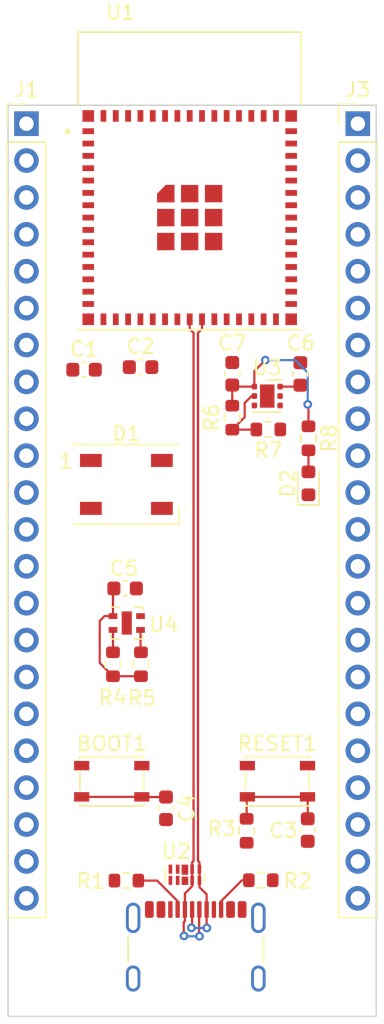
<source format=kicad_pcb>
(kicad_pcb (version 20221018) (generator pcbnew)
  (layers (0 "F.Cu" signal) (1 "In1.Cu" signal) (2 "In2.Cu" signal) (31 "B.Cu" signal) (34 "B.Paste" user) (35 "F.Paste" user) (36 "B.SilkS" user "B.Silkscreen") (37 "F.SilkS" user "F.Silkscreen") (38 "B.Mask" user) (39 "F.Mask" user) (44 "Edge.Cuts" user))
  (net 0 "")
  (net 1 "GND")
  (net 2 "/3V3")
  (net 3 "/ESP32_EN")
  (net 4 "/GPIO0")
  (net 5 "/5V_USB")
  (net 7 "/GPIO48")
  (net 8 "Net-(D2-A)")
  (net 9 "/GPIO1")
  (net 10 "/GPIO2")
  (net 11 "/GPIO3")
  (net 12 "/GPIO4")
  (net 13 "/GPIO5")
  (net 14 "/GPIO6")
  (net 15 "/GPIO7")
  (net 16 "/GPIO8")
  (net 17 "/GPIO9")
  (net 18 "/GPIO10")
  (net 19 "/GPIO11")
  (net 20 "/GPIO12")
  (net 21 "/GPIO13")
  (net 22 "/GPIO14")
  (net 23 "/GPIO15")
  (net 24 "/GPIO16")
  (net 25 "/I2C_SCL")
  (net 26 "/I2C_SDA")
  (net 27 "/GPIO46")
  (net 28 "/GPIO45")
  (net 29 "/RXD")
  (net 30 "/TXD")
  (net 31 "/GPIO42")
  (net 32 "/GPIO41")
  (net 33 "/GPIO40")
  (net 34 "/GPIO39")
  (net 35 "/GPIO38")
  (net 36 "/GPIO37")
  (net 37 "/GPIO36")
  (net 38 "/GPIO35")
  (net 39 "/GPIO34")
  (net 40 "/GPIO33")
  (net 41 "/GPIO26")
  (net 42 "/GPIO21")
  (net 43 "/USB_N")
  (net 44 "/USB_P")
  (net 45 "/GPIO47")
  (net 46 "Net-(J_USB1-CC1)")
  (net 48 "Net-(J_USB1-CC2)")
  (net 50 "Net-(U3-FB)")
  (footprint "Connector_PinHeader_2.54mm:PinHeader_1x22_P2.54mm_Vertical" (layer "F.Cu") (at 98.425 61.595)
    (fp_text reference "J1" (at 0 -2.33) (layer "F.SilkS"))
    (fp_text value "~" hide)
    (fp_line (start -1.33 -1.33) (end 0 -1.33) (stroke (width 0.12)) (layer "F.SilkS"))
    (fp_line (start -1.33 0) (end -1.33 -1.33) (stroke (width 0.12)) (layer "F.SilkS"))
    (fp_line (start -1.33 1.27) (end -1.33 54.67) (stroke (width 0.12)) (layer "F.SilkS"))
    (fp_line (start -1.33 1.27) (end 1.33 1.27) (stroke (width 0.12)) (layer "F.SilkS"))
    (fp_line (start -1.33 54.67) (end 1.33 54.67) (stroke (width 0.12)) (layer "F.SilkS"))
    (fp_line (start 1.33 1.27) (end 1.33 54.67) (stroke (width 0.12)) (layer "F.SilkS"))
    (pad "1" thru_hole rect (at 0 0) (size 1.7 1.7) (drill 1) (layers "*.Cu" "*.Mask") (net 2 "/3V3"))
    (pad "2" thru_hole oval (at 0 2.54) (size 1.7 1.7) (drill 1) (layers "*.Cu" "*.Mask") (net 4 "/GPIO0"))
    (pad "3" thru_hole oval (at 0 5.08) (size 1.7 1.7) (drill 1) (layers "*.Cu" "*.Mask") (net 9 "/GPIO1"))
    (pad "4" thru_hole oval (at 0 7.62) (size 1.7 1.7) (drill 1) (layers "*.Cu" "*.Mask") (net 10 "/GPIO2"))
    (pad "5" thru_hole oval (at 0 10.16) (size 1.7 1.7) (drill 1) (layers "*.Cu" "*.Mask") (net 11 "/GPIO3"))
    (pad "6" thru_hole oval (at 0 12.7) (size 1.7 1.7) (drill 1) (layers "*.Cu" "*.Mask") (net 12 "/GPIO4"))
    (pad "7" thru_hole oval (at 0 15.24) (size 1.7 1.7) (drill 1) (layers "*.Cu" "*.Mask") (net 13 "/GPIO5"))
    (pad "8" thru_hole oval (at 0 17.78) (size 1.7 1.7) (drill 1) (layers "*.Cu" "*.Mask") (net 14 "/GPIO6"))
    (pad "9" thru_hole oval (at 0 20.32) (size 1.7 1.7) (drill 1) (layers "*.Cu" "*.Mask") (net 15 "/GPIO7"))
    (pad "10" thru_hole oval (at 0 22.86) (size 1.7 1.7) (drill 1) (layers "*.Cu" "*.Mask") (net 16 "/GPIO8"))
    (pad "11" thru_hole oval (at 0 25.4) (size 1.7 1.7) (drill 1) (layers "*.Cu" "*.Mask") (net 17 "/GPIO9"))
    (pad "12" thru_hole oval (at 0 27.94) (size 1.7 1.7) (drill 1) (layers "*.Cu" "*.Mask") (net 18 "/GPIO10"))
    (pad "13" thru_hole oval (at 0 30.48) (size 1.7 1.7) (drill 1) (layers "*.Cu" "*.Mask") (net 19 "/GPIO11"))
    (pad "14" thru_hole oval (at 0 33.02) (size 1.7 1.7) (drill 1) (layers "*.Cu" "*.Mask") (net 20 "/GPIO12"))
    (pad "15" thru_hole oval (at 0 35.56) (size 1.7 1.7) (drill 1) (layers "*.Cu" "*.Mask") (net 21 "/GPIO13"))
    (pad "16" thru_hole oval (at 0 38.1) (size 1.7 1.7) (drill 1) (layers "*.Cu" "*.Mask") (net 22 "/GPIO14"))
    (pad "17" thru_hole oval (at 0 40.64) (size 1.7 1.7) (drill 1) (layers "*.Cu" "*.Mask") (net 23 "/GPIO15"))
    (pad "18" thru_hole oval (at 0 43.18) (size 1.7 1.7) (drill 1) (layers "*.Cu" "*.Mask") (net 24 "/GPIO16"))
    (pad "19" thru_hole oval (at 0 45.72) (size 1.7 1.7) (drill 1) (layers "*.Cu" "*.Mask") (net 25 "/I2C_SCL"))
    (pad "20" thru_hole oval (at 0 48.26) (size 1.7 1.7) (drill 1) (layers "*.Cu" "*.Mask") (net 26 "/I2C_SDA"))
    (pad "21" thru_hole oval (at 0 50.8) (size 1.7 1.7) (drill 1) (layers "*.Cu" "*.Mask") (net 5 "/5V_USB"))
    (pad "22" thru_hole oval (at 0 53.34) (size 1.7 1.7) (drill 1) (layers "*.Cu" "*.Mask") (net 1 "GND"))
  )
  (footprint "LED_SMD:LED_WS2812B_PLCC4_5.0x5.0mm_P3.2mm" (layer "F.Cu") (at 105.32 86.4352)
    (fp_text reference "D1" (at 0 -3.5) (layer "F.SilkS"))
    (fp_text value "WS2812B" hide)
    (fp_text user "1" (at -4.15 -1.6) (layer "F.SilkS"))
    (fp_line (start -3.65 -2.75) (end 3.65 -2.75) (stroke (width 0.12)) (layer "F.SilkS"))
    (fp_line (start -3.65 2.75) (end 3.65 2.75) (stroke (width 0.12)) (layer "F.SilkS"))
    (fp_line (start 3.65 2.75) (end 3.65 1.6) (stroke (width 0.12)) (layer "F.SilkS"))
    (pad "1" smd rect (at -2.45 -1.65) (size 1.5 0.9) (layers "F.Cu" "F.Paste" "F.Mask") (net 2 "/3V3"))
    (pad "2" smd rect (at -2.45 1.65) (size 1.5 0.9) (layers "F.Cu" "F.Paste" "F.Mask"))
    (pad "3" smd rect (at 2.45 1.65) (size 1.5 0.9) (layers "F.Cu" "F.Paste" "F.Mask") (net 1 "GND"))
    (pad "4" smd rect (at 2.45 -1.65) (size 1.5 0.9) (layers "F.Cu" "F.Paste" "F.Mask") (net 7 "/GPIO48"))
  )
  (footprint "Package_SON:WSON-6-1EP_2x2mm_P0.65mm_EP1x1.6mm" (layer "F.Cu") (at 115.0351 80.3506)
    (fp_text reference "U3" (at 0 -1.95) (layer "F.SilkS"))
    (fp_text value "TLV75801PDRV" hide)
    (fp_line (start -1 1.11) (end 1 1.11) (stroke (width 0.12)) (layer "F.SilkS"))
    (fp_line (start 0 -1.11) (end 1 -1.11) (stroke (width 0.12)) (layer "F.SilkS"))
    (pad "1" smd roundrect (at -0.8875 -0.65) (size 0.375 0.4) (layers "F.Cu" "F.Paste" "F.Mask") (net 2 "/3V3"))
    (pad "2" smd roundrect (at -0.8875 0) (size 0.375 0.4) (layers "F.Cu" "F.Paste" "F.Mask") (net 50 "Net-(U3-FB)"))
    (pad "3" smd roundrect (at -0.8875 0.65) (size 0.375 0.4) (layers "F.Cu" "F.Paste" "F.Mask") (net 1 "GND"))
    (pad "4" smd roundrect (at 0.8875 0.65) (size 0.375 0.4) (layers "F.Cu" "F.Paste" "F.Mask") (net 5 "/5V_USB"))
    (pad "5" smd roundrect (at 0.8875 0) (size 0.375 0.4) (layers "F.Cu" "F.Paste" "F.Mask"))
    (pad "6" smd roundrect (at 0.8875 -0.65) (size 0.375 0.4) (layers "F.Cu" "F.Paste" "F.Mask") (net 5 "/5V_USB"))
    (pad "7" smd rect (at 0 0) (size 1 1.6) (layers "F.Cu" "F.Mask") (net 1 "GND"))
  )
  (footprint "Capacitor_SMD:C_0603_1608Metric" (layer "F.Cu") (at 117.8306 110.236 -90)
    (fp_text reference "C3" (at 0.0254 1.6764 -180) (layer "F.SilkS"))
    (fp_text value "0.1uF" hide)
    (fp_line (start -0.14058 -0.51) (end 0.14058 -0.51) (stroke (width 0.12)) (layer "F.SilkS"))
    (fp_line (start -0.14058 0.51) (end 0.14058 0.51) (stroke (width 0.12)) (layer "F.SilkS"))
    (pad "1" smd roundrect (at -0.775 0 270) (size 0.9 0.95) (layers "F.Cu" "F.Paste" "F.Mask") (net 3 "/ESP32_EN"))
    (pad "2" smd roundrect (at 0.775 0 270) (size 0.9 0.95) (layers "F.Cu" "F.Paste" "F.Mask") (net 1 "GND"))
  )
  (footprint "Resistor_SMD:R_0603_1608Metric" (layer "F.Cu") (at 115.1128 82.6516 180)
    (fp_text reference "R7" (at 0 -1.43) (layer "F.SilkS"))
    (fp_text value "200k" hide)
    (fp_line (start -0.237258 -0.5225) (end 0.237258 -0.5225) (stroke (width 0.12)) (layer "F.SilkS"))
    (fp_line (start -0.237258 0.5225) (end 0.237258 0.5225) (stroke (width 0.12)) (layer "F.SilkS"))
    (pad "1" smd roundrect (at -0.825 0 180) (size 0.8 0.95) (layers "F.Cu" "F.Paste" "F.Mask") (net 1 "GND"))
    (pad "2" smd roundrect (at 0.825 0 180) (size 0.8 0.95) (layers "F.Cu" "F.Paste" "F.Mask") (net 50 "Net-(U3-FB)"))
  )
  (footprint "Capacitor_SMD:C_0603_1608Metric" (layer "F.Cu") (at 112.6236 78.8162 90)
    (fp_text reference "C7" (at 2.1082 0 180) (layer "F.SilkS"))
    (fp_text value "10uF" hide)
    (fp_line (start -0.14058 -0.51) (end 0.14058 -0.51) (stroke (width 0.12)) (layer "F.SilkS"))
    (fp_line (start -0.14058 0.51) (end 0.14058 0.51) (stroke (width 0.12)) (layer "F.SilkS"))
    (pad "1" smd roundrect (at -0.775 0 90) (size 0.9 0.95) (layers "F.Cu" "F.Paste" "F.Mask") (net 2 "/3V3"))
    (pad "2" smd roundrect (at 0.775 0 90) (size 0.9 0.95) (layers "F.Cu" "F.Paste" "F.Mask") (net 1 "GND"))
  )
  (footprint "Connector_PinHeader_2.54mm:PinHeader_1x22_P2.54mm_Vertical" (layer "F.Cu") (at 121.285 61.595)
    (fp_text reference "J3" (at 0 -2.33) (layer "F.SilkS"))
    (fp_text value "Conn_01x22_Pin" hide)
    (fp_line (start -1.33 -1.33) (end 0 -1.33) (stroke (width 0.12)) (layer "F.SilkS"))
    (fp_line (start -1.33 0) (end -1.33 -1.33) (stroke (width 0.12)) (layer "F.SilkS"))
    (fp_line (start -1.33 1.27) (end -1.33 54.67) (stroke (width 0.12)) (layer "F.SilkS"))
    (fp_line (start -1.33 1.27) (end 1.33 1.27) (stroke (width 0.12)) (layer "F.SilkS"))
    (fp_line (start -1.33 54.67) (end 1.33 54.67) (stroke (width 0.12)) (layer "F.SilkS"))
    (fp_line (start 1.33 1.27) (end 1.33 54.67) (stroke (width 0.12)) (layer "F.SilkS"))
    (pad "1" thru_hole rect (at 0 0) (size 1.7 1.7) (drill 1) (layers "*.Cu" "*.Mask") (net 1 "GND"))
    (pad "2" thru_hole oval (at 0 2.54) (size 1.7 1.7) (drill 1) (layers "*.Cu" "*.Mask") (net 3 "/ESP32_EN"))
    (pad "3" thru_hole oval (at 0 5.08) (size 1.7 1.7) (drill 1) (layers "*.Cu" "*.Mask") (net 27 "/GPIO46"))
    (pad "4" thru_hole oval (at 0 7.62) (size 1.7 1.7) (drill 1) (layers "*.Cu" "*.Mask") (net 28 "/GPIO45"))
    (pad "5" thru_hole oval (at 0 10.16) (size 1.7 1.7) (drill 1) (layers "*.Cu" "*.Mask") (net 29 "/RXD"))
    (pad "6" thru_hole oval (at 0 12.7) (size 1.7 1.7) (drill 1) (layers "*.Cu" "*.Mask") (net 30 "/TXD"))
    (pad "7" thru_hole oval (at 0 15.24) (size 1.7 1.7) (drill 1) (layers "*.Cu" "*.Mask") (net 31 "/GPIO42"))
    (pad "8" thru_hole oval (at 0 17.78) (size 1.7 1.7) (drill 1) (layers "*.Cu" "*.Mask") (net 32 "/GPIO41"))
    (pad "9" thru_hole oval (at 0 20.32) (size 1.7 1.7) (drill 1) (layers "*.Cu" "*.Mask") (net 33 "/GPIO40"))
    (pad "10" thru_hole oval (at 0 22.86) (size 1.7 1.7) (drill 1) (layers "*.Cu" "*.Mask") (net 34 "/GPIO39"))
    (pad "11" thru_hole oval (at 0 25.4) (size 1.7 1.7) (drill 1) (layers "*.Cu" "*.Mask") (net 35 "/GPIO38"))
    (pad "12" thru_hole oval (at 0 27.94) (size 1.7 1.7) (drill 1) (layers "*.Cu" "*.Mask") (net 36 "/GPIO37"))
    (pad "13" thru_hole oval (at 0 30.48) (size 1.7 1.7) (drill 1) (layers "*.Cu" "*.Mask") (net 37 "/GPIO36"))
    (pad "14" thru_hole oval (at 0 33.02) (size 1.7 1.7) (drill 1) (layers "*.Cu" "*.Mask") (net 38 "/GPIO35"))
    (pad "15" thru_hole oval (at 0 35.56) (size 1.7 1.7) (drill 1) (layers "*.Cu" "*.Mask") (net 39 "/GPIO34"))
    (pad "16" thru_hole oval (at 0 38.1) (size 1.7 1.7) (drill 1) (layers "*.Cu" "*.Mask") (net 40 "/GPIO33"))
    (pad "17" thru_hole oval (at 0 40.64) (size 1.7 1.7) (drill 1) (layers "*.Cu" "*.Mask") (net 41 "/GPIO26"))
    (pad "18" thru_hole oval (at 0 43.18) (size 1.7 1.7) (drill 1) (layers "*.Cu" "*.Mask") (net 42 "/GPIO21"))
    (pad "19" thru_hole oval (at 0 45.72) (size 1.7 1.7) (drill 1) (layers "*.Cu" "*.Mask") (net 43 "/USB_N"))
    (pad "20" thru_hole oval (at 0 48.26) (size 1.7 1.7) (drill 1) (layers "*.Cu" "*.Mask") (net 44 "/USB_P"))
    (pad "21" thru_hole oval (at 0 50.8) (size 1.7 1.7) (drill 1) (layers "*.Cu" "*.Mask") (net 7 "/GPIO48"))
    (pad "22" thru_hole oval (at 0 53.34) (size 1.7 1.7) (drill 1) (layers "*.Cu" "*.Mask") (net 45 "/GPIO47"))
  )
  (footprint "Package_DFN_QFN:Diodes_UDFN-10_1.0x2.5mm_P0.5mm" (layer "F.Cu") (at 109.3564 113.3159 -90)
    (fp_text reference "U2" (at -1.6067 0.5936 -180) (layer "F.SilkS"))
    (fp_text value "D3V3XA4B10LP" hide)
    (fp_line (start 0.5 -1.35) (end 0 -1.35) (stroke (width 0.12)) (layer "F.SilkS"))
    (fp_line (start 0.5 1.35) (end -0.5 1.35) (stroke (width 0.12)) (layer "F.SilkS"))
    (pad "1" smd rect (at -0.3875 -1 180) (size 0.25 0.625) (layers "F.Cu" "F.Paste" "F.Mask") (net 44 "/USB_P"))
    (pad "2" smd rect (at -0.3875 -0.5 180) (size 0.25 0.625) (layers "F.Cu" "F.Paste" "F.Mask") (net 43 "/USB_N"))
    (pad "3" smd rect (at -0.35 0 180) (size 0.45 0.7) (layers "F.Cu" "F.Paste" "F.Mask") (net 1 "GND"))
    (pad "4" smd rect (at -0.3875 0.5 180) (size 0.25 0.625) (layers "F.Cu" "F.Paste" "F.Mask") (net 5 "/5V_USB"))
    (pad "5" smd rect (at -0.3875 1 180) (size 0.25 0.625) (layers "F.Cu" "F.Paste" "F.Mask"))
    (pad "6" smd rect (at 0.3875 1 180) (size 0.25 0.625) (layers "F.Cu" "F.Paste" "F.Mask"))
    (pad "7" smd rect (at 0.3875 0.5 180) (size 0.25 0.625) (layers "F.Cu" "F.Paste" "F.Mask") (net 5 "/5V_USB"))
    (pad "8" smd rect (at 0.4125 0 180) (size 0.45 0.575) (layers "F.Cu" "F.Paste" "F.Mask") (net 1 "GND"))
    (pad "9" smd rect (at 0.3875 -0.5 180) (size 0.25 0.625) (layers "F.Cu" "F.Paste" "F.Mask") (net 43 "/USB_N"))
    (pad "10" smd rect (at 0.3875 -1 180) (size 0.25 0.625) (layers "F.Cu" "F.Paste" "F.Mask") (net 44 "/USB_P"))
  )
  (footprint "Capacitor_SMD:C_0603_1608Metric" (layer "F.Cu") (at 106.299 78.359)
    (fp_text reference "C2" (at 0 -1.43) (layer "F.SilkS"))
    (fp_text value "10uF")
    (fp_line (start -0.14058 -0.51) (end 0.14058 -0.51) (stroke (width 0.12)) (layer "F.SilkS"))
    (fp_line (start -0.14058 0.51) (end 0.14058 0.51) (stroke (width 0.12)) (layer "F.SilkS"))
    (pad "1" smd roundrect (at -0.775 0) (size 0.9 0.95) (layers "F.Cu" "F.Paste" "F.Mask") (net 2 "/3V3"))
    (pad "2" smd roundrect (at 0.775 0) (size 0.9 0.95) (layers "F.Cu" "F.Paste" "F.Mask") (net 1 "GND"))
  )
  (footprint "ESP32_S3_MINI_1_N8:XCVR_ESP32-S3-MINI-1-N8" (layer "F.Cu") (at 109.6876 68.0616)
    (fp_text reference "U1" (at -4.775 -14.135) (layer "F.SilkS"))
    (fp_text value "ESP32-S3-MINI-1-N8" hide)
    (fp_line (start -7.7 -12.775) (end 7.7 -12.775) (stroke (width 0.127)) (layer "F.SilkS"))
    (fp_line (start -7.7 -7.725) (end -7.7 -12.775) (stroke (width 0.127)) (layer "F.SilkS"))
    (fp_line (start 7.7 -12.775) (end 7.7 -7.725) (stroke (width 0.127)) (layer "F.SilkS"))
    (fp_line (start 7.7 7.725) (end -7.7 7.725) (stroke (width 0.127)) (layer "F.SilkS"))
    (fp_circle (center -8.45 -5.95) (end -8.35 -5.95) (stroke (width 0.2)) (fill none) (layer "F.SilkS"))
    (pad "1" smd rect (at -7 -5.95) (size 0.8 0.4) (layers "F.Cu" "F.Paste" "F.Mask") (net 1 "GND"))
    (pad "2" smd rect (at -7 -5.1) (size 0.8 0.4) (layers "F.Cu" "F.Paste" "F.Mask") (net 1 "GND"))
    (pad "3" smd rect (at -7 -4.25) (size 0.8 0.4) (layers "F.Cu" "F.Paste" "F.Mask") (net 2 "/3V3"))
    (pad "4" smd rect (at -7 -3.4) (size 0.8 0.4) (layers "F.Cu" "F.Paste" "F.Mask") (net 4 "/GPIO0"))
    (pad "5" smd rect (at -7 -2.55) (size 0.8 0.4) (layers "F.Cu" "F.Paste" "F.Mask") (net 9 "/GPIO1"))
    (pad "6" smd rect (at -7 -1.7) (size 0.8 0.4) (layers "F.Cu" "F.Paste" "F.Mask") (net 10 "/GPIO2"))
    (pad "7" smd rect (at -7 -0.85) (size 0.8 0.4) (layers "F.Cu" "F.Paste" "F.Mask") (net 11 "/GPIO3"))
    (pad "8" smd rect (at -7 0) (size 0.8 0.4) (layers "F.Cu" "F.Paste" "F.Mask") (net 12 "/GPIO4"))
    (pad "9" smd rect (at -7 0.85) (size 0.8 0.4) (layers "F.Cu" "F.Paste" "F.Mask") (net 13 "/GPIO5"))
    (pad "10" smd rect (at -7 1.7) (size 0.8 0.4) (layers "F.Cu" "F.Paste" "F.Mask") (net 14 "/GPIO6"))
    (pad "11" smd rect (at -7 2.55) (size 0.8 0.4) (layers "F.Cu" "F.Paste" "F.Mask") (net 15 "/GPIO7"))
    (pad "12" smd rect (at -7 3.4) (size 0.8 0.4) (layers "F.Cu" "F.Paste" "F.Mask") (net 16 "/GPIO8"))
    (pad "13" smd rect (at -7 4.25) (size 0.8 0.4) (layers "F.Cu" "F.Paste" "F.Mask") (net 17 "/GPIO9"))
    (pad "14" smd rect (at -7 5.1) (size 0.8 0.4) (layers "F.Cu" "F.Paste" "F.Mask") (net 18 "/GPIO10"))
    (pad "15" smd rect (at -7 5.95) (size 0.8 0.4) (layers "F.Cu" "F.Paste" "F.Mask") (net 19 "/GPIO11"))
    (pad "16" smd rect (at -5.95 7) (size 0.4 0.8) (layers "F.Cu" "F.Paste" "F.Mask") (net 20 "/GPIO12"))
    (pad "17" smd rect (at -5.1 7) (size 0.4 0.8) (layers "F.Cu" "F.Paste" "F.Mask") (net 21 "/GPIO13"))
    (pad "18" smd rect (at -4.25 7) (size 0.4 0.8) (layers "F.Cu" "F.Paste" "F.Mask") (net 22 "/GPIO14"))
    (pad "19" smd rect (at -3.4 7) (size 0.4 0.8) (layers "F.Cu" "F.Paste" "F.Mask") (net 23 "/GPIO15"))
    (pad "20" smd rect (at -2.55 7) (size 0.4 0.8) (layers "F.Cu" "F.Paste" "F.Mask") (net 24 "/GPIO16"))
    (pad "21" smd rect (at -1.7 7) (size 0.4 0.8) (layers "F.Cu" "F.Paste" "F.Mask") (net 25 "/I2C_SCL"))
    (pad "22" smd rect (at -0.85 7) (size 0.4 0.8) (layers "F.Cu" "F.Paste" "F.Mask") (net 26 "/I2C_SDA"))
    (pad "23" smd rect (at 0 7) (size 0.4 0.8) (layers "F.Cu" "F.Paste" "F.Mask") (net 43 "/USB_N"))
    (pad "24" smd rect (at 0.85 7) (size 0.4 0.8) (layers "F.Cu" "F.Paste" "F.Mask") (net 44 "/USB_P"))
    (pad "25" smd rect (at 1.7 7) (size 0.4 0.8) (layers "F.Cu" "F.Paste" "F.Mask") (net 42 "/GPIO21"))
    (pad "26" smd rect (at 2.55 7) (size 0.4 0.8) (layers "F.Cu" "F.Paste" "F.Mask") (net 41 "/GPIO26"))
    (pad "27" smd rect (at 3.4 7) (size 0.4 0.8) (layers "F.Cu" "F.Paste" "F.Mask") (net 45 "/GPIO47"))
    (pad "28" smd rect (at 4.25 7) (size 0.4 0.8) (layers "F.Cu" "F.Paste" "F.Mask") (net 40 "/GPIO33"))
    (pad "29" smd rect (at 5.1 7) (size 0.4 0.8) (layers "F.Cu" "F.Paste" "F.Mask") (net 39 "/GPIO34"))
    (pad "30" smd rect (at 5.95 7) (size 0.4 0.8) (layers "F.Cu" "F.Paste" "F.Mask") (net 7 "/GPIO48"))
    (pad "31" smd rect (at 7 5.95) (size 0.8 0.4) (layers "F.Cu" "F.Paste" "F.Mask") (net 38 "/GPIO35"))
    (pad "32" smd rect (at 7 5.1) (size 0.8 0.4) (layers "F.Cu" "F.Paste" "F.Mask") (net 37 "/GPIO36"))
    (pad "33" smd rect (at 7 4.25) (size 0.8 0.4) (layers "F.Cu" "F.Paste" "F.Mask") (net 36 "/GPIO37"))
    (pad "34" smd rect (at 7 3.4) (size 0.8 0.4) (layers "F.Cu" "F.Paste" "F.Mask") (net 35 "/GPIO38"))
    (pad "35" smd rect (at 7 2.55) (size 0.8 0.4) (layers "F.Cu" "F.Paste" "F.Mask") (net 34 "/GPIO39"))
    (pad "36" smd rect (at 7 1.7) (size 0.8 0.4) (layers "F.Cu" "F.Paste" "F.Mask") (net 33 "/GPIO40"))
    (pad "37" smd rect (at 7 0.85) (size 0.8 0.4) (layers "F.Cu" "F.Paste" "F.Mask") (net 32 "/GPIO41"))
    (pad "38" smd rect (at 7 0) (size 0.8 0.4) (layers "F.Cu" "F.Paste" "F.Mask") (net 31 "/GPIO42"))
    (pad "39" smd rect (at 7 -0.85) (size 0.8 0.4) (layers "F.Cu" "F.Paste" "F.Mask") (net 30 "/TXD"))
    (pad "40" smd rect (at 7 -1.7) (size 0.8 0.4) (layers "F.Cu" "F.Paste" "F.Mask") (net 29 "/RXD"))
    (pad "41" smd rect (at 7 -2.55) (size 0.8 0.4) (layers "F.Cu" "F.Paste" "F.Mask") (net 28 "/GPIO45"))
    (pad "42" smd rect (at 7 -3.4) (size 0.8 0.4) (layers "F.Cu" "F.Paste" "F.Mask") (net 1 "GND"))
    (pad "43" smd rect (at 7 -4.25) (size 0.8 0.4) (layers "F.Cu" "F.Paste" "F.Mask") (net 1 "GND"))
    (pad "44" smd rect (at 7 -5.1) (size 0.8 0.4) (layers "F.Cu" "F.Paste" "F.Mask") (net 27 "/GPIO46"))
    (pad "45" smd rect (at 7 -5.95) (size 0.8 0.4) (layers "F.Cu" "F.Paste" "F.Mask") (net 3 "/ESP32_EN"))
    (pad "46" smd rect (at 5.95 -7) (size 0.4 0.8) (layers "F.Cu" "F.Paste" "F.Mask") (net 1 "GND"))
    (pad "47" smd rect (at 5.1 -7) (size 0.4 0.8) (layers "F.Cu" "F.Paste" "F.Mask") (net 1 "GND"))
    (pad "48" smd rect (at 4.25 -7) (size 0.4 0.8) (layers "F.Cu" "F.Paste" "F.Mask") (net 1 "GND"))
    (pad "49" smd rect (at 3.4 -7) (size 0.4 0.8) (layers "F.Cu" "F.Paste" "F.Mask") (net 1 "GND"))
    (pad "50" smd rect (at 2.55 -7) (size 0.4 0.8) (layers "F.Cu" "F.Paste" "F.Mask") (net 1 "GND"))
    (pad "51" smd rect (at 1.7 -7) (size 0.4 0.8) (layers "F.Cu" "F.Paste" "F.Mask") (net 1 "GND"))
    (pad "52" smd rect (at 0.85 -7) (size 0.4 0.8) (layers "F.Cu" "F.Paste" "F.Mask") (net 1 "GND"))
    (pad "53" smd rect (at 0 -7) (size 0.4 0.8) (layers "F.Cu" "F.Paste" "F.Mask") (net 1 "GND"))
    (pad "54" smd rect (at -0.85 -7) (size 0.4 0.8) (layers "F.Cu" "F.Paste" "F.Mask") (net 1 "GND"))
    (pad "55" smd rect (at -1.7 -7) (size 0.4 0.8) (layers "F.Cu" "F.Paste" "F.Mask") (net 1 "GND"))
    (pad "56" smd rect (at -2.55 -7) (size 0.4 0.8) (layers "F.Cu" "F.Paste" "F.Mask") (net 1 "GND"))
    (pad "57" smd rect (at -3.4 -7) (size 0.4 0.8) (layers "F.Cu" "F.Paste" "F.Mask") (net 1 "GND"))
    (pad "58" smd rect (at -4.25 -7) (size 0.4 0.8) (layers "F.Cu" "F.Paste" "F.Mask") (net 1 "GND"))
    (pad "59" smd rect (at -5.1 -7) (size 0.4 0.8) (layers "F.Cu" "F.Paste" "F.Mask") (net 1 "GND"))
    (pad "60" smd rect (at -5.95 -7) (size 0.4 0.8) (layers "F.Cu" "F.Paste" "F.Mask") (net 1 "GND"))
    (pad "61" smd rect (at 0 0) (size 1.2 1.2) (layers "F.Cu" "F.Paste" "F.Mask") (net 1 "GND"))
    (pad "61_1" smd custom (at -1.65 -1.65) (size 0.4 0.4) (layers "F.Cu") (net 1 "GND") (options (clearance outline) (anchor rect)) (primitives (gr_poly (pts (xy -0.6 0.6) (xy 0.6 0.6) (xy 0.6 -0.6) (xy 0 -0.6) (xy -0.6 0)) (width 0.01) (fill yes))))
    (pad "61_2" smd rect (at 0 -1.65) (size 1.2 1.2) (layers "F.Cu" "F.Paste" "F.Mask") (net 1 "GND"))
    (pad "61_3" smd rect (at 1.65 -1.65) (size 1.2 1.2) (layers "F.Cu" "F.Paste" "F.Mask") (net 1 "GND"))
    (pad "61_4" smd rect (at 1.65 0) (size 1.2 1.2) (layers "F.Cu" "F.Paste" "F.Mask") (net 1 "GND"))
    (pad "61_5" smd rect (at 1.65 1.65) (size 1.2 1.2) (layers "F.Cu" "F.Paste" "F.Mask") (net 1 "GND"))
    (pad "61_6" smd rect (at 0 1.65) (size 1.2 1.2) (layers "F.Cu" "F.Paste" "F.Mask") (net 1 "GND"))
    (pad "61_7" smd rect (at -1.65 1.65) (size 1.2 1.2) (layers "F.Cu" "F.Paste" "F.Mask") (net 1 "GND"))
    (pad "61_8" smd rect (at -1.65 0) (size 1.2 1.2) (layers "F.Cu" "F.Paste" "F.Mask") (net 1 "GND"))
    (pad "62" smd rect (at -7 -7) (size 0.8 0.8) (layers "F.Cu" "F.Paste" "F.Mask") (net 1 "GND"))
    (pad "63" smd rect (at -7 7) (size 0.8 0.8) (layers "F.Cu" "F.Paste" "F.Mask") (net 1 "GND"))
    (pad "64" smd rect (at 7 7) (size 0.8 0.8) (layers "F.Cu" "F.Paste" "F.Mask") (net 1 "GND"))
    (pad "65" smd rect (at 7 -7) (size 0.8 0.8) (layers "F.Cu" "F.Paste" "F.Mask") (net 1 "GND"))
  )
  (footprint "Capacitor_SMD:C_0603_1608Metric" (layer "F.Cu") (at 117.3226 78.8286 90)
    (fp_text reference "C6" (at 2.1206 0.0254) (layer "F.SilkS"))
    (fp_text value "10uF" hide)
    (fp_line (start -0.14058 -0.51) (end 0.14058 -0.51) (stroke (width 0.12)) (layer "F.SilkS"))
    (fp_line (start -0.14058 0.51) (end 0.14058 0.51) (stroke (width 0.12)) (layer "F.SilkS"))
    (pad "1" smd roundrect (at -0.775 0 90) (size 0.9 0.95) (layers "F.Cu" "F.Paste" "F.Mask") (net 5 "/5V_USB"))
    (pad "2" smd roundrect (at 0.775 0 90) (size 0.9 0.95) (layers "F.Cu" "F.Paste" "F.Mask") (net 1 "GND"))
  )
  (footprint "Connector_USB:USB_C_Receptacle_GCT_USB4105-xx-A_16P_TopMnt_Horizontal" (layer "F.Cu") (at 110.105 119.3862)
    (fp_text reference "J_USB1" hide)
    (fp_text value "USB_C_Receptacle_USB2.0" hide)
    (fp_line (start -4.67 -0.1) (end -4.67 -1.8) (stroke (width 0.12)) (layer "F.SilkS"))
    (fp_line (start 4.67 -0.1) (end 4.67 -1.8) (stroke (width 0.12)) (layer "F.SilkS"))
    (pad "" np_thru_hole circle (at -2.89 -2.605) (size 0.65 0.65) (drill 0.65) (layers "F&B.Cu" "*.Mask"))
    (pad "" np_thru_hole circle (at 2.89 -2.605) (size 0.65 0.65) (drill 0.65) (layers "F&B.Cu" "*.Mask"))
    (pad "A1" smd roundrect (at -3.2 -3.68) (size 0.6 1.15) (layers "F.Cu" "F.Paste" "F.Mask") (net 1 "GND"))
    (pad "A4" smd roundrect (at -2.4 -3.68) (size 0.6 1.15) (layers "F.Cu" "F.Paste" "F.Mask") (net 5 "/5V_USB"))
    (pad "A5" smd roundrect (at -1.25 -3.68) (size 0.3 1.15) (layers "F.Cu" "F.Paste" "F.Mask") (net 46 "Net-(J_USB1-CC1)"))
    (pad "A6" smd roundrect (at -0.25 -3.68) (size 0.3 1.15) (layers "F.Cu" "F.Paste" "F.Mask") (net 44 "/USB_P"))
    (pad "A7" smd roundrect (at 0.25 -3.68) (size 0.3 1.15) (layers "F.Cu" "F.Paste" "F.Mask") (net 43 "/USB_N"))
    (pad "A8" smd roundrect (at 1.25 -3.68) (size 0.3 1.15) (layers "F.Cu" "F.Paste" "F.Mask"))
    (pad "A9" smd roundrect (at 2.4 -3.68) (size 0.6 1.15) (layers "F.Cu" "F.Paste" "F.Mask") (net 5 "/5V_USB"))
    (pad "A12" smd roundrect (at 3.2 -3.68) (size 0.6 1.15) (layers "F.Cu" "F.Paste" "F.Mask") (net 1 "GND"))
    (pad "B1" smd roundrect (at 3.2 -3.68) (size 0.6 1.15) (layers "F.Cu" "F.Paste" "F.Mask") (net 1 "GND"))
    (pad "B4" smd roundrect (at 2.4 -3.68) (size 0.6 1.15) (layers "F.Cu" "F.Paste" "F.Mask") (net 5 "/5V_USB"))
    (pad "B5" smd roundrect (at 1.75 -3.68) (size 0.3 1.15) (layers "F.Cu" "F.Paste" "F.Mask") (net 48 "Net-(J_USB1-CC2)"))
    (pad "B6" smd roundrect (at 0.75 -3.68) (size 0.3 1.15) (layers "F.Cu" "F.Paste" "F.Mask") (net 44 "/USB_P"))
    (pad "B7" smd roundrect (at -0.75 -3.68) (size 0.3 1.15) (layers "F.Cu" "F.Paste" "F.Mask") (net 43 "/USB_N"))
    (pad "B8" smd roundrect (at -1.75 -3.68) (size 0.3 1.15) (layers "F.Cu" "F.Paste" "F.Mask"))
    (pad "B9" smd roundrect (at -2.4 -3.68) (size 0.6 1.15) (layers "F.Cu" "F.Paste" "F.Mask") (net 5 "/5V_USB"))
    (pad "B12" smd roundrect (at -3.2 -3.68) (size 0.6 1.15) (layers "F.Cu" "F.Paste" "F.Mask") (net 1 "GND"))
    (pad "S1" thru_hole oval (at -4.32 -3.105) (size 1 2.1) (drill oval 0.6 1.7) (layers "*.Cu" "*.Mask" "F.Paste") (net 1 "GND"))
    (pad "S1" thru_hole oval (at -4.32 1.075) (size 1 1.8) (drill oval 0.6 1.4) (layers "*.Cu" "*.Mask" "F.Paste") (net 1 "GND"))
    (pad "S1" thru_hole oval (at 4.32 -3.105) (size 1 2.1) (drill oval 0.6 1.7) (layers "*.Cu" "*.Mask" "F.Paste") (net 1 "GND"))
    (pad "S1" thru_hole oval (at 4.32 1.075) (size 1 1.8) (drill oval 0.6 1.4) (layers "*.Cu" "*.Mask" "F.Paste") (net 1 "GND"))
  )
  (footprint "Capacitor_SMD:C_0603_1608Metric" (layer "F.Cu") (at 102.3998 78.5368)
    (fp_text reference "C1" (at 0 -1.43) (layer "F.SilkS"))
    (fp_text value "0.1uF")
    (fp_line (start -0.14058 -0.51) (end 0.14058 -0.51) (stroke (width 0.12)) (layer "F.SilkS"))
    (fp_line (start -0.14058 0.51) (end 0.14058 0.51) (stroke (width 0.12)) (layer "F.SilkS"))
    (pad "1" smd roundrect (at -0.775 0) (size 0.9 0.95) (layers "F.Cu" "F.Paste" "F.Mask") (net 2 "/3V3"))
    (pad "2" smd roundrect (at 0.775 0) (size 0.9 0.95) (layers "F.Cu" "F.Paste" "F.Mask") (net 1 "GND"))
  )
  (footprint "Capacitor_SMD:C_0603_1608Metric" (layer "F.Cu") (at 105.2322 93.599)
    (fp_text reference "C5" (at -0.0762 -1.3716 180) (layer "F.SilkS"))
    (fp_text value "0.1uF" hide)
    (fp_line (start -0.14058 -0.51) (end 0.14058 -0.51) (stroke (width 0.12)) (layer "F.SilkS"))
    (fp_line (start -0.14058 0.51) (end 0.14058 0.51) (stroke (width 0.12)) (layer "F.SilkS"))
    (pad "1" smd roundrect (at -0.775 0) (size 0.9 0.95) (layers "F.Cu" "F.Paste" "F.Mask") (net 2 "/3V3"))
    (pad "2" smd roundrect (at 0.775 0) (size 0.9 0.95) (layers "F.Cu" "F.Paste" "F.Mask") (net 1 "GND"))
  )
  (footprint "Resistor_SMD:R_0603_1608Metric" (layer "F.Cu") (at 105.3206 113.7158 180)
    (fp_text reference "R1" (at 2.4506 -0.0254) (layer "F.SilkS"))
    (fp_text value "5.1k" hide)
    (fp_line (start -0.237258 -0.5225) (end 0.237258 -0.5225) (stroke (width 0.12)) (layer "F.SilkS"))
    (fp_line (start -0.237258 0.5225) (end 0.237258 0.5225) (stroke (width 0.12)) (layer "F.SilkS"))
    (pad "1" smd roundrect (at -0.825 0 180) (size 0.8 0.95) (layers "F.Cu" "F.Paste" "F.Mask") (net 46 "Net-(J_USB1-CC1)"))
    (pad "2" smd roundrect (at 0.825 0 180) (size 0.8 0.95) (layers "F.Cu" "F.Paste" "F.Mask") (net 1 "GND"))
  )
  (footprint "Resistor_SMD:R_0603_1608Metric" (layer "F.Cu") (at 113.6142 110.2868 -90)
    (fp_text reference "R3" (at -0.1524 1.7018 -180) (layer "F.SilkS"))
    (fp_text value "10k" hide)
    (fp_line (start -0.237258 -0.5225) (end 0.237258 -0.5225) (stroke (width 0.12)) (layer "F.SilkS"))
    (fp_line (start -0.237258 0.5225) (end 0.237258 0.5225) (stroke (width 0.12)) (layer "F.SilkS"))
    (pad "1" smd roundrect (at -0.825 0 270) (size 0.8 0.95) (layers "F.Cu" "F.Paste" "F.Mask") (net 3 "/ESP32_EN"))
    (pad "2" smd roundrect (at 0.825 0 270) (size 0.8 0.95) (layers "F.Cu" "F.Paste" "F.Mask") (net 2 "/3V3"))
  )
  (footprint "Button_Switch_SMD:SW_SPST_PTS810" (layer "F.Cu") (at 115.74 106.875)
    (fp_text reference "RESET1" (at 0 -2.6) (layer "F.SilkS"))
    (fp_text value "~" hide)
    (fp_line (start -2.2 -1.7) (end -2.2 -1.58) (stroke (width 0.12)) (layer "F.SilkS"))
    (fp_line (start -2.2 -0.57) (end -2.2 0.57) (stroke (width 0.12)) (layer "F.SilkS"))
    (fp_line (start -2.2 1.58) (end -2.2 1.7) (stroke (width 0.12)) (layer "F.SilkS"))
    (fp_line (start -2.2 1.7) (end 2.2 1.7) (stroke (width 0.12)) (layer "F.SilkS"))
    (fp_line (start 2.2 -1.7) (end -2.2 -1.7) (stroke (width 0.12)) (layer "F.SilkS"))
    (fp_line (start 2.2 -1.58) (end 2.2 -1.7) (stroke (width 0.12)) (layer "F.SilkS"))
    (fp_line (start 2.2 0.57) (end 2.2 -0.57) (stroke (width 0.12)) (layer "F.SilkS"))
    (fp_line (start 2.2 1.7) (end 2.2 1.58) (stroke (width 0.12)) (layer "F.SilkS"))
    (pad "1" smd rect (at -2.075 -1.075) (size 1.05 0.65) (layers "F.Cu" "F.Paste" "F.Mask") (net 1 "GND"))
    (pad "2" smd rect (at 2.075 -1.075) (size 1.05 0.65) (layers "F.Cu" "F.Paste" "F.Mask") (net 1 "GND"))
    (pad "3" smd rect (at -2.075 1.075) (size 1.05 0.65) (layers "F.Cu" "F.Paste" "F.Mask") (net 3 "/ESP32_EN"))
    (pad "4" smd rect (at 2.075 1.075) (size 1.05 0.65) (layers "F.Cu" "F.Paste" "F.Mask") (net 3 "/ESP32_EN"))
  )
  (footprint "Resistor_SMD:R_0603_1608Metric" (layer "F.Cu") (at 117.8814 83.2612 -90)
    (fp_text reference "R8" (at 0 -1.43 90) (layer "F.SilkS"))
    (fp_text value "5.1k" hide)
    (fp_line (start -0.237258 -0.5225) (end 0.237258 -0.5225) (stroke (width 0.12)) (layer "F.SilkS"))
    (fp_line (start -0.237258 0.5225) (end 0.237258 0.5225) (stroke (width 0.12)) (layer "F.SilkS"))
    (pad "1" smd roundrect (at -0.825 0 270) (size 0.8 0.95) (layers "F.Cu" "F.Paste" "F.Mask") (net 2 "/3V3"))
    (pad "2" smd roundrect (at 0.825 0 270) (size 0.8 0.95) (layers "F.Cu" "F.Paste" "F.Mask") (net 8 "Net-(D2-A)"))
  )
  (footprint "Button_Switch_SMD:SW_SPST_PTS810" (layer "F.Cu") (at 104.31 106.875)
    (fp_text reference "BOOT1" (at 0 -2.6) (layer "F.SilkS"))
    (fp_text value "~" hide)
    (fp_line (start -2.2 -1.7) (end -2.2 -1.58) (stroke (width 0.12)) (layer "F.SilkS"))
    (fp_line (start -2.2 -0.57) (end -2.2 0.57) (stroke (width 0.12)) (layer "F.SilkS"))
    (fp_line (start -2.2 1.58) (end -2.2 1.7) (stroke (width 0.12)) (layer "F.SilkS"))
    (fp_line (start -2.2 1.7) (end 2.2 1.7) (stroke (width 0.12)) (layer "F.SilkS"))
    (fp_line (start 2.2 -1.7) (end -2.2 -1.7) (stroke (width 0.12)) (layer "F.SilkS"))
    (fp_line (start 2.2 -1.58) (end 2.2 -1.7) (stroke (width 0.12)) (layer "F.SilkS"))
    (fp_line (start 2.2 0.57) (end 2.2 -0.57) (stroke (width 0.12)) (layer "F.SilkS"))
    (fp_line (start 2.2 1.7) (end 2.2 1.58) (stroke (width 0.12)) (layer "F.SilkS"))
    (pad "1" smd rect (at -2.075 -1.075) (size 1.05 0.65) (layers "F.Cu" "F.Paste" "F.Mask") (net 1 "GND"))
    (pad "2" smd rect (at 2.075 -1.075) (size 1.05 0.65) (layers "F.Cu" "F.Paste" "F.Mask") (net 1 "GND"))
    (pad "3" smd rect (at -2.075 1.075) (size 1.05 0.65) (layers "F.Cu" "F.Paste" "F.Mask") (net 4 "/GPIO0"))
    (pad "4" smd rect (at 2.075 1.075) (size 1.05 0.65) (layers "F.Cu" "F.Paste" "F.Mask") (net 4 "/GPIO0"))
  )
  (footprint "Resistor_SMD:R_0603_1608Metric" (layer "F.Cu") (at 104.394 98.8192 -90)
    (fp_text reference "R4" (at 2.2982 0.0254) (layer "F.SilkS"))
    (fp_text value "10k" hide)
    (fp_line (start -0.237258 -0.5225) (end 0.237258 -0.5225) (stroke (width 0.12)) (layer "F.SilkS"))
    (fp_line (start -0.237258 0.5225) (end 0.237258 0.5225) (stroke (width 0.12)) (layer "F.SilkS"))
    (pad "1" smd roundrect (at -0.825 0 270) (size 0.8 0.95) (layers "F.Cu" "F.Paste" "F.Mask") (net 25 "/I2C_SCL"))
    (pad "2" smd roundrect (at 0.825 0 270) (size 0.8 0.95) (layers "F.Cu" "F.Paste" "F.Mask") (net 2 "/3V3"))
  )
  (footprint "Resistor_SMD:R_0603_1608Metric" (layer "F.Cu") (at 114.5926 113.6904)
    (fp_text reference "R2" (at 2.5522 0.0508) (layer "F.SilkS"))
    (fp_text value "5.1k" hide)
    (fp_line (start -0.237258 -0.5225) (end 0.237258 -0.5225) (stroke (width 0.12)) (layer "F.SilkS"))
    (fp_line (start -0.237258 0.5225) (end 0.237258 0.5225) (stroke (width 0.12)) (layer "F.SilkS"))
    (pad "1" smd roundrect (at -0.825 0) (size 0.8 0.95) (layers "F.Cu" "F.Paste" "F.Mask") (net 48 "Net-(J_USB1-CC2)"))
    (pad "2" smd roundrect (at 0.825 0) (size 0.8 0.95) (layers "F.Cu" "F.Paste" "F.Mask") (net 1 "GND"))
  )
  (footprint "Capacitor_SMD:C_0603_1608Metric" (layer "F.Cu") (at 108.0516 108.7374 -90)
    (fp_text reference "C4" (at 0 -1.43 90) (layer "F.SilkS"))
    (fp_text value "0.1uF" hide)
    (fp_line (start -0.14058 -0.51) (end 0.14058 -0.51) (stroke (width 0.12)) (layer "F.SilkS"))
    (fp_line (start -0.14058 0.51) (end 0.14058 0.51) (stroke (width 0.12)) (layer "F.SilkS"))
    (pad "1" smd roundrect (at -0.775 0 270) (size 0.9 0.95) (layers "F.Cu" "F.Paste" "F.Mask") (net 4 "/GPIO0"))
    (pad "2" smd roundrect (at 0.775 0 270) (size 0.9 0.95) (layers "F.Cu" "F.Paste" "F.Mask") (net 1 "GND"))
  )
  (footprint "LED_SMD:LED_0603_1608Metric" (layer "F.Cu") (at 117.8814 86.36 90)
    (fp_text reference "D2" (at 0 -1.43 90) (layer "F.SilkS"))
    (fp_text value "LED")
    (fp_line (start -1.485 -0.735) (end -1.485 0.735) (stroke (width 0.12)) (layer "F.SilkS"))
    (fp_line (start -1.485 0.735) (end 0.8 0.735) (stroke (width 0.12)) (layer "F.SilkS"))
    (fp_line (start 0.8 -0.735) (end -1.485 -0.735) (stroke (width 0.12)) (layer "F.SilkS"))
    (pad "1" smd roundrect (at -0.7875 0 90) (size 0.875 0.95) (layers "F.Cu" "F.Paste" "F.Mask") (net 1 "GND"))
    (pad "2" smd roundrect (at 0.7875 0 90) (size 0.875 0.95) (layers "F.Cu" "F.Paste" "F.Mask") (net 8 "Net-(D2-A)"))
  )
  (footprint "Resistor_SMD:R_0603_1608Metric" (layer "F.Cu") (at 112.6236 81.8388 90)
    (fp_text reference "R6" (at 0 -1.43 90) (layer "F.SilkS"))
    (fp_text value "1M" hide)
    (fp_line (start -0.237258 -0.5225) (end 0.237258 -0.5225) (stroke (width 0.12)) (layer "F.SilkS"))
    (fp_line (start -0.237258 0.5225) (end 0.237258 0.5225) (stroke (width 0.12)) (layer "F.SilkS"))
    (pad "1" smd roundrect (at -0.825 0 90) (size 0.8 0.95) (layers "F.Cu" "F.Paste" "F.Mask") (net 50 "Net-(U3-FB)"))
    (pad "2" smd roundrect (at 0.825 0 90) (size 0.8 0.95) (layers "F.Cu" "F.Paste" "F.Mask") (net 2 "/3V3"))
  )
  (footprint "Resistor_SMD:R_0603_1608Metric" (layer "F.Cu") (at 106.3244 98.8192 -90)
    (fp_text reference "R5" (at 2.3236 -0.0762) (layer "F.SilkS"))
    (fp_text value "10k" hide)
    (fp_line (start -0.237258 -0.5225) (end 0.237258 -0.5225) (stroke (width 0.12)) (layer "F.SilkS"))
    (fp_line (start -0.237258 0.5225) (end 0.237258 0.5225) (stroke (width 0.12)) (layer "F.SilkS"))
    (pad "1" smd roundrect (at -0.825 0 270) (size 0.8 0.95) (layers "F.Cu" "F.Paste" "F.Mask") (net 26 "/I2C_SDA"))
    (pad "2" smd roundrect (at 0.825 0 270) (size 0.8 0.95) (layers "F.Cu" "F.Paste" "F.Mask") (net 2 "/3V3"))
  )
  (footprint "Package_DFN_QFN:AMS_QFN-4-1EP_2x2mm_P0.95mm_EP0.7x1.6mm" (layer "F.Cu") (at 105.344 95.979)
    (fp_text reference "U4" (at 2.5552 0.1092) (layer "F.SilkS"))
    (fp_text value "ENS210" hide)
    (fp_line (start -1.1 1.1) (end -1.1 0.85) (stroke (width 0.1)) (layer "F.SilkS"))
    (fp_line (start -1.1 1.1) (end -0.5 1.1) (stroke (width 0.1)) (layer "F.SilkS"))
    (fp_line (start -0.49 -1.1) (end -1.1 -1.1) (stroke (width 0.1)) (layer "F.SilkS"))
    (fp_line (start 1.1 -1.1) (end 0.5 -1.1) (stroke (width 0.1)) (layer "F.SilkS"))
    (fp_line (start 1.1 -1.1) (end 1.1 -0.85) (stroke (width 0.1)) (layer "F.SilkS"))
    (fp_line (start 1.1 1.1) (end 0.5 1.1) (stroke (width 0.1)) (layer "F.SilkS"))
    (fp_line (start 1.1 1.1) (end 1.1 0.85) (stroke (width 0.1)) (layer "F.SilkS"))
    (pad "1" smd rect (at -0.95 -0.475) (size 0.6 0.4) (layers "F.Cu" "F.Paste" "F.Mask") (net 2 "/3V3"))
    (pad "2" smd rect (at -0.95 0.475) (size 0.6 0.4) (layers "F.Cu" "F.Paste" "F.Mask") (net 25 "/I2C_SCL"))
    (pad "3" smd rect (at 0.95 0.475) (size 0.6 0.4) (layers "F.Cu" "F.Paste" "F.Mask") (net 26 "/I2C_SDA"))
    (pad "4" smd rect (at 0.95 -0.475) (size 0.6 0.4) (layers "F.Cu" "F.Paste" "F.Mask") (net 1 "GND"))
    (pad "5" smd rect (at 0 0) (size 0.7 1.6) (layers "F.Cu" "F.Mask") (net 1 "GND"))
  )
  (gr_rect (start 97.155 60.325) (end 122.555 123.065) (stroke (width 0.1)) (fill none) (layer "Edge.Cuts"))
  (segment (start 112.733 79.7006) (end 112.6236 79.5912) (width 0.1524) (layer "F.Cu") (net 2))
  (segment (start 104.394 99.6442) (end 106.3244 99.6442) (width 0.1524) (layer "F.Cu") (net 2))
  (segment (start 104.394 95.504) (end 103.8098 95.504) (width 0.1524) (layer "F.Cu") (net 2))
  (segment (start 114.1476 79.7006) (end 112.733 79.7006) (width 0.1524) (layer "F.Cu") (net 2))
  (segment (start 114.1476 79.7006) (end 114.0714 79.7006) (width 0.1524) (layer "F.Cu") (net 2))
  (segment (start 112.6236 81.0138) (end 112.6236 79.5912) (width 0.1524) (layer "F.Cu") (net 2))
  (segment (start 117.8306 80.9244) (end 117.8814 80.9752) (width 0.1524) (layer "F.Cu") (net 2))
  (segment (start 117.8814 80.9752) (end 117.8814 82.4362) (width 0.1524) (layer "F.Cu") (net 2))
  (segment (start 114.1476 79.7006) (end 114.1476 78.6384) (width 0.1524) (layer "F.Cu") (net 2))
  (segment (start 104.394 95.504) (end 104.394 93.6622) (width 0.1524) (layer "F.Cu") (net 2))
  (segment (start 103.8098 95.504) (end 103.4796 95.8342) (width 0.1524) (layer "F.Cu") (net 2))
  (segment (start 103.4796 95.8342) (end 103.4796 98.7298) (width 0.1524) (layer "F.Cu") (net 2))
  (segment (start 104.394 93.6622) (end 104.4572 93.599) (width 0.1524) (layer "F.Cu") (net 2))
  (segment (start 103.4796 98.7298) (end 104.394 99.6442) (width 0.1524) (layer "F.Cu") (net 2))
  (segment (start 114.1476 78.6384) (end 114.9096 77.8764) (width 0.1524) (layer "F.Cu") (net 2))
  (via (at 117.8306 80.9244) (size 0.604799) (drill 0.299999) (layers "F.Cu" "B.Cu") (net 2))
  (via (at 114.9096 77.8764) (size 0.604799) (drill 0.299999) (layers "F.Cu" "B.Cu") (net 2))
  (segment (start 114.9096 77.8764) (end 116.967 77.8764) (width 0.1524) (layer "B.Cu") (net 2))
  (segment (start 117.8306 78.74) (end 117.8306 80.9244) (width 0.1524) (layer "B.Cu") (net 2))
  (segment (start 116.967 77.8764) (end 117.8306 78.74) (width 0.1524) (layer "B.Cu") (net 2))
  (segment (start 117.8306 109.461) (end 117.8306 107.9656) (width 0.1524) (layer "F.Cu") (net 3))
  (segment (start 117.815 107.95) (end 113.665 107.95) (width 0.1524) (layer "F.Cu") (net 3))
  (segment (start 113.6142 109.4618) (end 113.6142 108.0008) (width 0.1524) (layer "F.Cu") (net 3))
  (segment (start 113.6142 108.0008) (end 113.665 107.95) (width 0.1524) (layer "F.Cu") (net 3))
  (segment (start 117.8306 107.9656) (end 117.815 107.95) (width 0.1524) (layer "F.Cu") (net 3))
  (segment (start 108.0516 107.9624) (end 106.3974 107.9624) (width 0.1524) (layer "F.Cu") (net 4))
  (segment (start 106.385 107.95) (end 102.235 107.95) (width 0.1524) (layer "F.Cu") (net 4))
  (segment (start 106.3974 107.9624) (end 106.385 107.95) (width 0.1524) (layer "F.Cu") (net 4))
  (segment (start 115.9226 79.7006) (end 117.2256 79.7006) (width 0.1524) (layer "F.Cu") (net 5))
  (segment (start 117.2256 79.7006) (end 117.3226 79.6036) (width 0.1524) (layer "F.Cu") (net 5))
  (segment (start 117.8814 85.5725) (end 117.8814 84.0862) (width 0.1524) (layer "F.Cu") (net 8))
  (segment (start 104.394 96.454) (end 104.394 97.9942) (width 0.1524) (layer "F.Cu") (net 25))
  (segment (start 106.294 97.9638) (end 106.3244 97.9942) (width 0.1524) (layer "F.Cu") (net 26))
  (segment (start 106.294 96.454) (end 106.294 97.9638) (width 0.1524) (layer "F.Cu") (net 26))
  (segment (start 109.273397 117.502997) (end 109.273397 116.583403) (width 0.155804) (layer "F.Cu") (net 43))
  (segment (start 109.8564 113.7034) (end 109.8564 112.9284) (width 0.155804) (layer "F.Cu") (net 43))
  (segment (start 109.355 116.5018) (end 109.355 115.7062) (width 0.155804) (layer "F.Cu") (net 43))
  (segment (start 109.865902 114.092612) (end 109.865902 113.665) (width 0.155804) (layer "F.Cu") (net 43))
  (segment (start 109.8564 112.459649) (end 109.952298 112.363751) (width 0.155804) (layer "F.Cu") (net 43))
  (segment (start 110.363 117.5512) (end 110.338299 117.526499) (width 0.155804) (layer "F.Cu") (net 43))
  (segment (start 109.355 114.603514) (end 109.865902 114.092612) (width 0.155804) (layer "F.Cu") (net 43))
  (segment (start 109.952298 112.363751) (end 109.952298 75.9968) (width 0.155804) (layer "F.Cu") (net 43))
  (segment (start 109.8564 112.9284) (end 109.8564 112.459649) (width 0.155804) (layer "F.Cu") (net 43))
  (segment (start 109.6876 75.732102) (end 109.6876 75.0616) (width 0.155804) (layer "F.Cu") (net 43))
  (segment (start 109.355 115.7062) (end 109.355 114.603514) (width 0.155804) (layer "F.Cu") (net 43))
  (segment (start 109.952298 75.9968) (end 109.6876 75.732102) (width 0.155804) (layer "F.Cu") (net 43))
  (segment (start 110.338299 117.526499) (end 110.338299 115.722901) (width 0.155804) (layer "F.Cu") (net 43))
  (segment (start 109.2962 117.5258) (end 109.273397 117.502997) (width 0.155804) (layer "F.Cu") (net 43))
  (segment (start 109.273397 116.583403) (end 109.355 116.5018) (width 0.155804) (layer "F.Cu") (net 43))
  (segment (start 110.338299 115.722901) (end 110.355 115.7062) (width 0.155804) (layer "F.Cu") (net 43))
  (segment (start 109.322299 115.738901) (end 109.355 115.7062) (width 0.155804) (layer "F.Cu") (net 43))
  (via (at 109.2962 117.5258) (size 0.604799) (drill 0.299999) (layers "F.Cu" "B.Cu") (net 43))
  (via (at 110.363 117.5512) (size 0.604799) (drill 0.299999) (layers "F.Cu" "B.Cu") (net 43))
  (segment (start 110.363 117.5512) (end 109.3216 117.5512) (width 0.155804) (layer "B.Cu") (net 43))
  (segment (start 109.3216 117.5512) (end 109.2962 117.5258) (width 0.155804) (layer "B.Cu") (net 43))
  (segment (start 109.806098 116.967237) (end 109.855 116.918335) (width 0.155804) (layer "F.Cu") (net 44))
  (segment (start 110.363 113.665) (end 110.363 112.89) (width 0.155804) (layer "F.Cu") (net 44))
  (segment (start 110.855 115.7062) (end 110.855 114.665) (width 0.155804) (layer "F.Cu") (net 44))
  (segment (start 110.3564 112.459649) (end 110.260502 112.363751) (width 0.155804) (layer "F.Cu") (net 44))
  (segment (start 110.855 116.96117) (end 110.855 115.7062) (width 0.155804) (layer "F.Cu") (net 44))
  (segment (start 110.260502 112.363751) (end 110.260502 75.9968) (width 0.155804) (layer "F.Cu") (net 44))
  (segment (start 110.3564 112.9284) (end 110.3564 112.459649) (width 0.155804) (layer "F.Cu") (net 44))
  (segment (start 110.5376 75.719702) (end 110.5376 75.0616) (width 0.155804) (layer "F.Cu") (net 44))
  (segment (start 110.8705 116.97667) (end 110.855 116.96117) (width 0.155804) (layer "F.Cu") (net 44))
  (segment (start 110.363 114.173) (end 110.363 113.665) (width 0.155804) (layer "F.Cu") (net 44))
  (segment (start 110.855 114.665) (end 110.363 114.173) (width 0.155804) (layer "F.Cu") (net 44))
  (segment (start 109.855 116.918335) (end 109.855 115.7062) (width 0.155804) (layer "F.Cu") (net 44))
  (segment (start 110.260502 75.9968) (end 110.5376 75.719702) (width 0.155804) (layer "F.Cu") (net 44))
  (via (at 109.806098 116.967237) (size 0.604799) (drill 0.299999) (layers "F.Cu" "B.Cu") (net 44))
  (via (at 110.8705 116.97667) (size 0.604799) (drill 0.299999) (layers "F.Cu" "B.Cu") (net 44))
  (segment (start 109.815531 116.97667) (end 109.806098 116.967237) (width 0.155804) (layer "B.Cu") (net 44))
  (segment (start 110.8705 116.97667) (end 109.815531 116.97667) (width 0.155804) (layer "B.Cu") (net 44))
  (segment (start 108.855 115.1312) (end 107.4396 113.7158) (width 0.1524) (layer "F.Cu") (net 46))
  (segment (start 108.855 115.7062) (end 108.855 115.1312) (width 0.1524) (layer "F.Cu") (net 46))
  (segment (start 107.4396 113.7158) (end 106.1456 113.7158) (width 0.1524) (layer "F.Cu") (net 46))
  (segment (start 113.2958 113.6904) (end 113.7676 113.6904) (width 0.1524) (layer "F.Cu") (net 48))
  (segment (start 111.855 115.7062) (end 111.855 115.1312) (width 0.1524) (layer "F.Cu") (net 48))
  (segment (start 111.855 115.1312) (end 113.2958 113.6904) (width 0.1524) (layer "F.Cu") (net 48))
  (segment (start 113.4796 81.8078) (end 112.6236 82.6638) (width 0.1524) (layer "F.Cu") (net 50))
  (segment (start 112.6236 82.6638) (end 114.2756 82.6638) (width 0.1524) (layer "F.Cu") (net 50))
  (segment (start 113.4796 80.8311) (end 113.4796 81.8078) (width 0.1524) (layer "F.Cu") (net 50))
  (segment (start 113.9601 80.3506) (end 113.4796 80.8311) (width 0.1524) (layer "F.Cu") (net 50))
  (segment (start 114.1476 80.3506) (end 113.9601 80.3506) (width 0.1524) (layer "F.Cu") (net 50))
  (segment (start 114.2756 82.6638) (end 114.2878 82.6516) (width 0.1524) (layer "F.Cu") (net 50))
)
</source>
